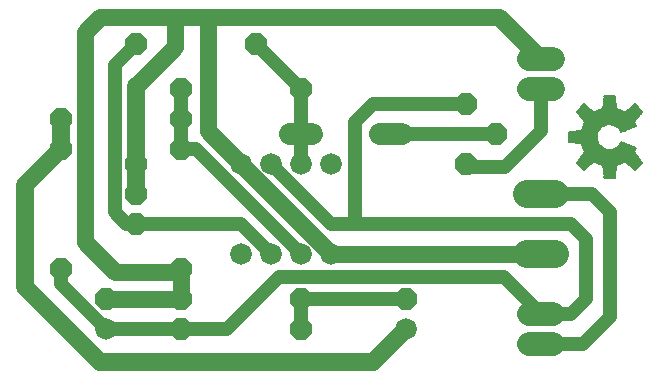
<source format=gbl>
G75*
%MOIN*%
%OFA0B0*%
%FSLAX24Y24*%
%IPPOS*%
%LPD*%
%AMOC8*
5,1,8,0,0,1.08239X$1,22.5*
%
%ADD10C,0.0720*%
%ADD11OC8,0.0720*%
%ADD12C,0.0720*%
%ADD13C,0.0800*%
%ADD14C,0.0920*%
%ADD15C,0.0059*%
%ADD16C,0.0472*%
%ADD17C,0.0591*%
%ADD18C,0.0551*%
D10*
X003645Y003940D03*
X008145Y006440D03*
X009145Y006440D03*
X010145Y006440D03*
X011145Y006440D03*
X013645Y003940D03*
X011145Y009440D03*
X010145Y009440D03*
X009145Y009440D03*
X008145Y009440D03*
D11*
X006145Y009940D03*
X006145Y010940D03*
X006145Y011940D03*
X004645Y013440D03*
X002145Y010940D03*
X002145Y009940D03*
X004645Y009440D03*
X004645Y008440D03*
X004645Y007440D03*
X006145Y005940D03*
X006145Y004940D03*
X006145Y003940D03*
X003645Y004940D03*
X002145Y005940D03*
X010145Y004940D03*
X010145Y003940D03*
X013645Y004940D03*
X015645Y009440D03*
X016645Y010440D03*
X015645Y011440D03*
X010145Y011940D03*
X008645Y013440D03*
D12*
X009785Y010440D02*
X010505Y010440D01*
X012785Y010440D02*
X013505Y010440D01*
D13*
X017745Y011940D02*
X018545Y011940D01*
X018545Y012940D02*
X017745Y012940D01*
X017745Y004440D02*
X018545Y004440D01*
X018545Y003440D02*
X017745Y003440D01*
D14*
X017685Y006450D02*
X018605Y006450D01*
X018605Y008430D02*
X017685Y008430D01*
D15*
X019347Y009485D02*
X019584Y009248D01*
X019931Y009530D01*
X020022Y009479D01*
X020119Y009439D01*
X020219Y009410D01*
X020265Y008966D01*
X020601Y008966D01*
X020646Y009410D01*
X020746Y009439D01*
X020843Y009479D01*
X020935Y009530D01*
X021281Y009248D01*
X021518Y009485D01*
X021236Y009831D01*
X021275Y009900D01*
X021308Y009971D01*
X020830Y010169D01*
X020797Y010104D01*
X020754Y010046D01*
X020701Y009997D01*
X020641Y009956D01*
X020575Y009927D01*
X020505Y009909D01*
X020433Y009903D01*
X020352Y009910D01*
X020275Y009933D01*
X020203Y009969D01*
X020139Y010019D01*
X020085Y010079D01*
X020044Y010148D01*
X020016Y010224D01*
X020003Y010304D01*
X020005Y010385D01*
X020022Y010464D01*
X020054Y010538D01*
X020099Y010605D01*
X020155Y010663D01*
X020222Y010709D01*
X020295Y010741D01*
X020374Y010760D01*
X020455Y010763D01*
X020535Y010752D01*
X020611Y010725D01*
X020681Y010685D01*
X020742Y010633D01*
X020793Y010570D01*
X020830Y010498D01*
X021308Y010696D01*
X021275Y010767D01*
X021236Y010835D01*
X021518Y011182D01*
X021281Y011419D01*
X020935Y011137D01*
X020843Y011187D01*
X020746Y011227D01*
X020646Y011256D01*
X020601Y011701D01*
X020265Y011701D01*
X020219Y011256D01*
X020119Y011227D01*
X020022Y011187D01*
X019931Y011137D01*
X019584Y011419D01*
X019347Y011182D01*
X019629Y010835D01*
X019579Y010744D01*
X019539Y010647D01*
X019510Y010546D01*
X019065Y010501D01*
X019065Y010165D01*
X019510Y010120D01*
X019539Y010020D01*
X019579Y009923D01*
X019629Y009831D01*
X019347Y009485D01*
X019364Y009506D02*
X019902Y009506D01*
X019974Y009506D02*
X020892Y009506D01*
X020964Y009506D02*
X021501Y009506D01*
X021482Y009449D02*
X021034Y009449D01*
X021105Y009391D02*
X021425Y009391D01*
X021367Y009334D02*
X021175Y009334D01*
X021246Y009276D02*
X021309Y009276D01*
X021454Y009564D02*
X019411Y009564D01*
X019458Y009621D02*
X021407Y009621D01*
X021360Y009679D02*
X019505Y009679D01*
X019552Y009736D02*
X021313Y009736D01*
X021266Y009794D02*
X019599Y009794D01*
X019618Y009852D02*
X021248Y009852D01*
X021279Y009909D02*
X020506Y009909D01*
X020365Y009909D02*
X019586Y009909D01*
X019561Y009967D02*
X020208Y009967D01*
X020134Y010024D02*
X019537Y010024D01*
X019521Y010082D02*
X020083Y010082D01*
X020049Y010139D02*
X019322Y010139D01*
X019065Y010197D02*
X020026Y010197D01*
X020011Y010254D02*
X019065Y010254D01*
X019065Y010312D02*
X020003Y010312D01*
X020005Y010370D02*
X019065Y010370D01*
X019065Y010427D02*
X020014Y010427D01*
X020031Y010485D02*
X019065Y010485D01*
X019468Y010542D02*
X020057Y010542D01*
X020095Y010600D02*
X019525Y010600D01*
X019543Y010657D02*
X020150Y010657D01*
X020235Y010715D02*
X019567Y010715D01*
X019595Y010772D02*
X021272Y010772D01*
X021299Y010715D02*
X020629Y010715D01*
X020713Y010657D02*
X021215Y010657D01*
X021076Y010600D02*
X020768Y010600D01*
X020807Y010542D02*
X020937Y010542D01*
X020901Y010139D02*
X020815Y010139D01*
X020780Y010082D02*
X021040Y010082D01*
X021179Y010024D02*
X020730Y010024D01*
X020656Y009967D02*
X021306Y009967D01*
X020769Y009449D02*
X020097Y009449D01*
X020221Y009391D02*
X020644Y009391D01*
X020638Y009334D02*
X020227Y009334D01*
X020233Y009276D02*
X020632Y009276D01*
X020626Y009218D02*
X020239Y009218D01*
X020245Y009161D02*
X020620Y009161D01*
X020615Y009103D02*
X020251Y009103D01*
X020257Y009046D02*
X020609Y009046D01*
X020603Y008988D02*
X020262Y008988D01*
X019831Y009449D02*
X019383Y009449D01*
X019441Y009391D02*
X019760Y009391D01*
X019690Y009334D02*
X019498Y009334D01*
X019556Y009276D02*
X019619Y009276D01*
X019626Y010830D02*
X021239Y010830D01*
X021279Y010888D02*
X019587Y010888D01*
X019540Y010945D02*
X021326Y010945D01*
X021372Y011003D02*
X019493Y011003D01*
X019446Y011060D02*
X021419Y011060D01*
X021466Y011118D02*
X019399Y011118D01*
X019352Y011175D02*
X019883Y011175D01*
X019813Y011233D02*
X019398Y011233D01*
X019456Y011290D02*
X019742Y011290D01*
X019672Y011348D02*
X019513Y011348D01*
X019571Y011406D02*
X019601Y011406D01*
X020001Y011175D02*
X020865Y011175D01*
X020982Y011175D02*
X021513Y011175D01*
X021467Y011233D02*
X021052Y011233D01*
X021123Y011290D02*
X021410Y011290D01*
X021352Y011348D02*
X021194Y011348D01*
X021264Y011406D02*
X021295Y011406D01*
X020727Y011233D02*
X020138Y011233D01*
X020223Y011290D02*
X020642Y011290D01*
X020636Y011348D02*
X020229Y011348D01*
X020235Y011406D02*
X020631Y011406D01*
X020625Y011463D02*
X020240Y011463D01*
X020246Y011521D02*
X020619Y011521D01*
X020613Y011578D02*
X020252Y011578D01*
X020258Y011636D02*
X020607Y011636D01*
X020601Y011693D02*
X020264Y011693D01*
D16*
X018145Y011940D02*
X018145Y010546D01*
X016933Y009333D01*
X015751Y009333D01*
X015645Y009440D01*
X016645Y010440D02*
X013145Y010440D01*
X012539Y011440D02*
X011933Y010833D01*
X011933Y007440D01*
X019145Y007440D01*
X019645Y006940D01*
X019645Y004940D01*
X019145Y004440D01*
X018145Y004440D01*
X016921Y005664D01*
X009421Y005664D01*
X007696Y003940D01*
X006145Y003940D01*
X003645Y003940D01*
X002145Y005440D01*
X002145Y005940D01*
X003933Y007833D02*
X004326Y007440D01*
X004645Y007440D01*
X008145Y007440D01*
X009145Y006440D01*
X010145Y006440D02*
X006645Y009940D01*
X006145Y009940D01*
X006145Y010940D01*
X006145Y011940D01*
X004645Y013440D02*
X003933Y012727D01*
X003933Y007833D01*
X009145Y009440D02*
X011145Y007440D01*
X011933Y007440D01*
X010145Y009440D02*
X010145Y010440D01*
X010145Y011940D01*
X008645Y013440D01*
X012539Y011440D02*
X015645Y011440D01*
X018145Y008430D02*
X019836Y008430D01*
X020433Y007833D01*
X020433Y004333D01*
X019539Y003440D01*
X018145Y003440D01*
X013645Y004940D02*
X010145Y004940D01*
X010145Y003940D01*
D17*
X003433Y002833D02*
X000933Y005333D01*
X000933Y008727D01*
X002145Y009940D01*
X002145Y010940D01*
X004645Y012046D02*
X004645Y008440D01*
X003433Y002833D02*
X012539Y002833D01*
X013645Y003940D01*
X018135Y006440D02*
X018145Y006450D01*
D18*
X018135Y006440D02*
X011145Y006440D01*
X007033Y010552D01*
X007033Y014333D01*
X005933Y014333D01*
X003433Y014333D01*
X002933Y013833D01*
X002933Y006833D01*
X003933Y005833D01*
X006039Y005833D01*
X006145Y005940D01*
X006145Y004940D01*
X003645Y004940D01*
X004645Y012046D02*
X005933Y013333D01*
X005933Y014333D01*
X007033Y014333D02*
X016751Y014333D01*
X018145Y012940D01*
M02*

</source>
